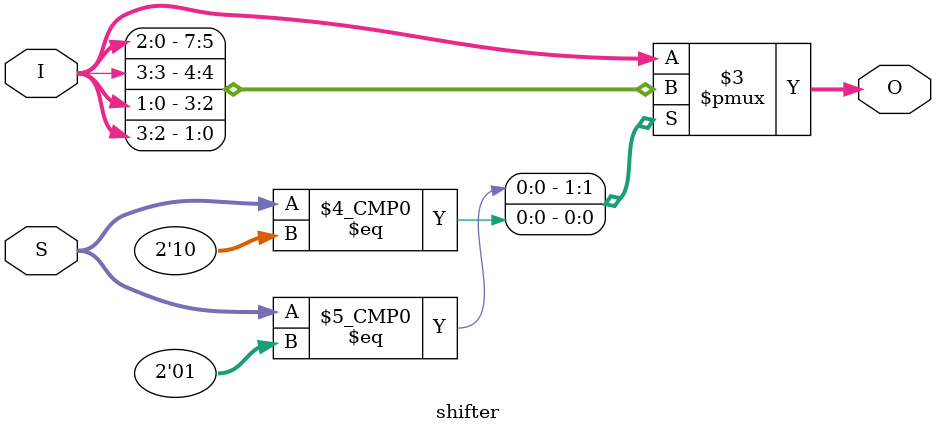
<source format=v>
module shifter
(
    input wire[3:0]I,
    input wire[1:0]S,
    output reg[3:0]O
);
always @(S)
begin
 casez(S)
 2'b00:O=I;
 2'b01:O={I[2:0],I[3]};
 2'b10:O={I[1:0],I[3:2]};
 2'b10:O={I[0],I[3:1]};
 default:O=I;
 endcase   
end
endmodule
</source>
